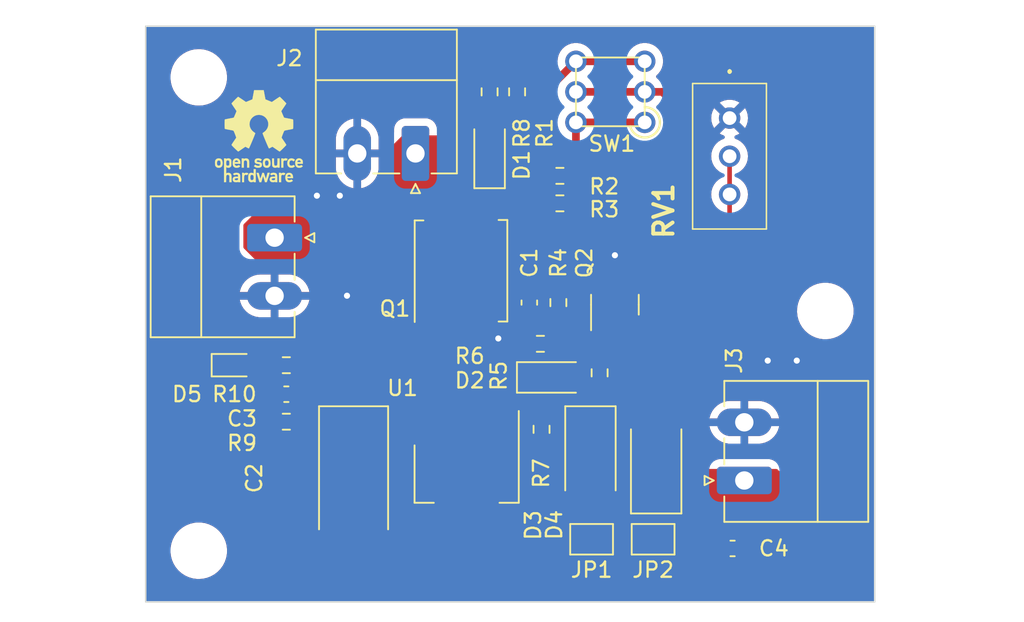
<source format=kicad_pcb>
(kicad_pcb (version 20221018) (generator pcbnew)
  (layers (0 "F.Cu" signal) (31 "B.Cu" signal) (34 "B.Paste" user) (35 "F.Paste" user) (36 "B.SilkS" user "B.Silkscreen") (37 "F.SilkS" user "F.Silkscreen") (38 "B.Mask" user) (39 "F.Mask" user) (44 "Edge.Cuts" user))
  (net 0 "")
  (net 1 "/VIN")
  (net 2 "Net-(D2-K)")
  (net 3 "Earth")
  (net 4 "/VOUT")
  (net 5 "Net-(D1-A)")
  (net 6 "Net-(D2-A)")
  (net 7 "Net-(D3-K)")
  (net 8 "Net-(D3-A)")
  (net 9 "Net-(Q2-D)")
  (net 10 "Net-(Q2-G)")
  (net 11 "Net-(SW1-C)")
  (net 12 "Net-(SW1-A)")
  (net 13 "Net-(U1-ADJ)")
  (net 14 "Net-(D5-A)")
  (net 15 "Net-(U1-VI)")
  (footprint "Connector_Phoenix_MC:PhoenixContact_MC_1,5_2-G-3.81_1x02_P3.81mm_Horizontal" (layer "F.Cu") (at 186.1625 133.7 -90)
    (fp_text reference "J1" (at -4.45 6.6325 90) (layer "F.SilkS"))
    (fp_text value "Conn_01x02")
    (pad "1" thru_hole roundrect (at 0 0 270) (size 1.8 3.6) (drill 1.2) (layers "*.Cu" "*.Mask") (roundrect_rratio 0.138889) (net 1 "/VIN"))
    (pad "2" thru_hole oval (at 3.81 0 270) (size 1.8 3.6) (drill 1.2) (layers "*.Cu" "*.Mask") (net 3 "Earth"))
  )
  (footprint "Jumper:SolderJumper-2_P1.3mm_Open_TrianglePad1.0x1.5mm" (layer "F.Cu") (at 206.905 153.45)
    (fp_text reference "JP1" (at 0 2) (layer "F.SilkS"))
    (fp_text value "SolderJumper_2_Open")
    (pad "1" smd custom (at -0.725 0) (size 0.3 0.3) (layers "F.Cu" "F.Mask") (net 8 "Net-(D3-A)") (options (clearance outline) (anchor rect)) (primitives (gr_poly (pts (xy 1 0) (xy 0.5 0.75) (xy -0.5 0.75) (xy -0.5 -0.75) (xy 0.5 -0.75)) (width 0) (fill yes))))
    (pad "2" smd custom (at 0.725 0) (size 0.3 0.3) (layers "F.Cu" "F.Mask") (net 7 "Net-(D3-K)") (options (clearance outline) (anchor rect)) (primitives (gr_poly (pts (xy 0.5 0.75) (xy -0.65 0.75) (xy -0.15 0) (xy -0.65 -0.75) (xy 0.5 -0.75)) (width 0) (fill yes))))
  )
  (footprint "Resistor_SMD:R_0603_1608Metric" (layer "F.Cu") (at 204.73 137.95 -90)
    (fp_text reference "R4" (at -2.6 0 90) (layer "F.SilkS"))
    (fp_text value "100K/5%")
    (pad "1" smd roundrect (at -0.825 0 270) (size 0.8 0.95) (layers "F.Cu" "F.Paste" "F.Mask") (net 1 "/VIN"))
    (pad "2" smd roundrect (at 0.825 0 270) (size 0.8 0.95) (layers "F.Cu" "F.Paste" "F.Mask") (net 6 "Net-(D2-A)"))
  )
  (footprint "Connector_Phoenix_MC:PhoenixContact_MC_1,5_2-G-3.81_1x02_P3.81mm_Horizontal" (layer "F.Cu") (at 216.8975 149.6 90)
    (fp_text reference "J3" (at 7.85 -0.6675 270) (layer "F.SilkS"))
    (fp_text value "Conn_01x02")
    (pad "1" thru_hole roundrect (at 0 0 90) (size 1.8 3.6) (drill 1.2) (layers "*.Cu" "*.Mask") (roundrect_rratio 0.138889) (net 4 "/VOUT"))
    (pad "2" thru_hole oval (at 3.81 0 90) (size 1.8 3.6) (drill 1.2) (layers "*.Cu" "*.Mask") (net 3 "Earth"))
  )
  (footprint "Package_TO_SOT_SMD:SOT-223-3_TabPin2" (layer "F.Cu") (at 198.73 149.15 -90)
    (fp_text reference "U1" (at -5.6 4.2 -180) (layer "F.SilkS"))
    (fp_text value "LM317_SOT-223")
    (pad "1" smd rect (at -3.15 -2.3 270) (size 2 1.5) (layers "F.Cu" "F.Paste" "F.Mask") (net 13 "Net-(U1-ADJ)"))
    (pad "2" smd rect (at -3.15 0 270) (size 2 1.5) (layers "F.Cu" "F.Paste" "F.Mask") (net 8 "Net-(D3-A)"))
    (pad "2" smd rect (at 3.15 0 270) (size 2 3.8) (layers "F.Cu" "F.Paste" "F.Mask") (net 8 "Net-(D3-A)"))
    (pad "3" smd rect (at -3.15 2.3 270) (size 2 1.5) (layers "F.Cu" "F.Paste" "F.Mask") (net 15 "Net-(U1-VI)"))
  )
  (footprint "Capacitor_SMD:C_0603_1608Metric" (layer "F.Cu") (at 202.83 137.95 -90)
    (fp_text reference "C1" (at -2.6 0 90) (layer "F.SilkS"))
    (fp_text value "10nF/16V")
    (pad "1" smd roundrect (at -0.775 0 270) (size 0.9 0.95) (layers "F.Cu" "F.Paste" "F.Mask") (net 1 "/VIN"))
    (pad "2" smd roundrect (at 0.775 0 270) (size 0.9 0.95) (layers "F.Cu" "F.Paste" "F.Mask") (net 2 "Net-(D2-K)"))
  )
  (footprint "MountingHole:MountingHole_3.2mm_M3_ISO7380" (layer "F.Cu") (at 181.2 154.2)
    (fp_text reference "REF**" hide)
    (fp_text value "MountingHole_3.2mm_M3_ISO7380")
    (pad "" np_thru_hole circle (at 0 0) (size 3.2 3.2) (drill 3.2) (layers "F&B.Cu" "*.Mask"))
  )
  (footprint "Connector_Phoenix_MC:PhoenixContact_MC_1,5_2-G-3.81_1x02_P3.81mm_Horizontal" (layer "F.Cu") (at 195.38 128.1825 180)
    (fp_text reference "J2" (at 8.25 6.2325) (layer "F.SilkS"))
    (fp_text value "Conn_01x02")
    (pad "1" thru_hole roundrect (at 0 0 180) (size 1.8 3.6) (drill 1.2) (layers "*.Cu" "*.Mask") (roundrect_rratio 0.138889) (net 1 "/VIN"))
    (pad "2" thru_hole oval (at 3.81 0 180) (size 1.8 3.6) (drill 1.2) (layers "*.Cu" "*.Mask") (net 3 "Earth"))
  )
  (footprint "Resistor_SMD:R_0603_1608Metric" (layer "F.Cu") (at 202.03 124.15 -90)
    (fp_text reference "R1" (at 2.7 -1.8 90) (layer "F.SilkS"))
    (fp_text value "100R/5%")
    (pad "1" smd roundrect (at -0.825 0 270) (size 0.8 0.95) (layers "F.Cu" "F.Paste" "F.Mask") (net 3 "Earth"))
    (pad "2" smd roundrect (at 0.825 0 270) (size 0.8 0.95) (layers "F.Cu" "F.Paste" "F.Mask") (net 11 "Net-(SW1-C)"))
  )
  (footprint "Resistor_SMD:R_0603_1608Metric" (layer "F.Cu") (at 207.43 142.55 -90)
    (fp_text reference "R5" (at 0.2 6.6 90) (layer "F.SilkS"))
    (fp_text value "1K/5%")
    (pad "1" smd roundrect (at -0.825 0 270) (size 0.8 0.95) (layers "F.Cu" "F.Paste" "F.Mask") (net 9 "Net-(Q2-D)"))
    (pad "2" smd roundrect (at 0.825 0 270) (size 0.8 0.95) (layers "F.Cu" "F.Paste" "F.Mask") (net 6 "Net-(D2-A)"))
  )
  (footprint "Capacitor_SMD:C_0603_1608Metric" (layer "F.Cu") (at 186.93 143.95 180)
    (fp_text reference "C3" (at 2.9 -1.6) (layer "F.SilkS"))
    (fp_text value "100nF/16V")
    (pad "1" smd roundrect (at -0.775 0 180) (size 0.9 0.95) (layers "F.Cu" "F.Paste" "F.Mask") (net 15 "Net-(U1-VI)"))
    (pad "2" smd roundrect (at 0.775 0 180) (size 0.9 0.95) (layers "F.Cu" "F.Paste" "F.Mask") (net 3 "Earth"))
  )
  (footprint "Diode_SMD:D_SMA" (layer "F.Cu") (at 211.13 148.25 90)
    (fp_text reference "D4" (at -4.26 -6.67 90) (layer "F.SilkS"))
    (fp_text value "1N4007")
    (pad "1" smd roundrect (at -2 0 90) (size 2.5 1.8) (layers "F.Cu" "F.Paste" "F.Mask") (roundrect_rratio 0.1388888889) (net 4 "/VOUT"))
    (pad "2" smd roundrect (at 2 0 90) (size 2.5 1.8) (layers "F.Cu" "F.Paste" "F.Mask") (roundrect_rratio 0.1388888889) (net 7 "Net-(D3-K)"))
  )
  (footprint "LED_SMD:LED_0603_1608Metric" (layer "F.Cu") (at 183.53 142.05)
    (fp_text reference "D5" (at -3.1 1.9) (layer "F.SilkS"))
    (fp_text value "LED_Green")
    (pad "1" smd roundrect (at -0.7875 0) (size 0.875 0.95) (layers "F.Cu" "F.Paste" "F.Mask") (net 3 "Earth"))
    (pad "2" smd roundrect (at 0.7875 0) (size 0.875 0.95) (layers "F.Cu" "F.Paste" "F.Mask") (net 14 "Net-(D5-A)"))
  )
  (footprint "Resistor_SMD:R_0603_1608Metric" (layer "F.Cu") (at 203.63 146.25 -90)
    (fp_text reference "R7" (at 2.88 0.02 90) (layer "F.SilkS"))
    (fp_text value "120R/5%")
    (pad "1" smd roundrect (at -0.825 0 270) (size 0.8 0.95) (layers "F.Cu" "F.Paste" "F.Mask") (net 13 "Net-(U1-ADJ)"))
    (pad "2" smd roundrect (at 0.825 0 270) (size 0.8 0.95) (layers "F.Cu" "F.Paste" "F.Mask") (net 8 "Net-(D3-A)"))
  )
  (footprint "Symbol:OSHW-Logo_5.7x6mm_SilkScreen" (layer "F.Cu") (at 185.13 127.05)
    (fp_text reference "REF**" hide)
    (fp_text value "OSHW-Logo_5.7x6mm_SilkScreen" hide)
  )
  (footprint "Capacitor_SMD:C_0603_1608Metric" (layer "F.Cu") (at 216.13 154.051)
    (fp_text reference "C4" (at 2.7 0) (layer "F.SilkS"))
    (fp_text value "100u/25V")
    (pad "1" smd roundrect (at -0.775 0) (size 0.9 0.95) (layers "F.Cu" "F.Paste" "F.Mask") (net 4 "/VOUT"))
    (pad "2" smd roundrect (at 0.775 0) (size 0.9 0.95) (layers "F.Cu" "F.Paste" "F.Mask") (net 3 "Earth"))
  )
  (footprint "MountingHole:MountingHole_3.2mm_M3_ISO7380" (layer "F.Cu") (at 181.2 123.2)
    (fp_text reference "REF**" hide)
    (fp_text value "MountingHole_3.2mm_M3_ISO7380")
    (pad "" np_thru_hole circle (at 0 0) (size 3.2 3.2) (drill 3.2) (layers "*.Cu" "*.Mask"))
  )
  (footprint "Resistor_SMD:R_0603_1608Metric" (layer "F.Cu") (at 204.83 131.45)
    (fp_text reference "R3" (at 2.9 0.4) (layer "F.SilkS"))
    (fp_text value "100K/5%")
    (pad "1" smd roundrect (at -0.825 0) (size 0.8 0.95) (layers "F.Cu" "F.Paste" "F.Mask") (net 1 "/VIN"))
    (pad "2" smd roundrect (at 0.825 0) (size 0.8 0.95) (layers "F.Cu" "F.Paste" "F.Mask") (net 10 "Net-(Q2-G)"))
  )
  (footprint "Supply-Module-Library:Diodes_PowerDI5060-8" (layer "F.Cu") (at 198.36 137.05)
    (fp_text reference "Q1" (at -4.33 1.3 unlocked) (layer "F.SilkS"))
    (fp_text value "DMP4011SPSQ")
    (pad "1" smd roundrect (at -1.905 1.655) (size 0.61 1.27) (layers "F.Cu" "F.Paste" "F.Mask") (roundrect_rratio 0.1) (net 15 "Net-(U1-VI)"))
    (pad "2" smd roundrect (at -0.635 1.655) (size 0.61 1.27) (layers "F.Cu" "F.Paste" "F.Mask") (roundrect_rratio 0.1) (net 15 "Net-(U1-VI)"))
    (pad "3" smd roundrect (at 0.635 1.655) (size 0.61 1.27) (layers "F.Cu" "F.Paste" "F.Mask") (roundrect_rratio 0.1) (net 15 "Net-(U1-VI)"))
    (pad "4" smd roundrect (at 1.905 1.655) (size 0.61 1.27) (layers "F.Cu" "F.Paste" "F.Mask") (roundrect_rratio 0.1) (net 2 "Net-(D2-K)"))
    (pad "5" smd roundrect (at -2.17 -2.7 90) (size 0.61 1.27) (layers "F.Cu" "F.Paste" "F.Mask") (roundrect_rratio 0.1) (net 1 "/VIN"))
    (pad "5" smd roundrect (at -2.17 -0.32 90) (size 0.61 1.27) (layers "F.Cu" "F.Paste" "F.Mask") (roundrect_rratio 0.1) (net 1 "/VIN"))
    (pad "5" smd roundrect (at -1.905 -3.7) (size 0.61 1.27) (layers "F.Cu" "F.Paste" "F.Mask") (roundrect_rratio 0.1) (net 1 "/VIN"))
    (pad "5" smd roundrect (at -0.635 -3.7) (size 0.61 1.27) (layers "F.Cu" "F.Paste" "F.Mask") (roundrect_rratio 0.1) (net 1 "/VIN"))
    (pad "5" smd rect (at -0.005 -1.8995) (size 4.1 3.81) (layers "F.Cu" "F.Paste" "F.Mask") (net 1 "/VIN"))
    (pad "5" smd roundrect (at 0.635 -3.7) (size 0.61 1.27) (layers "F.Cu" "F.Paste" "F.Mask") (roundrect_rratio 0.1) (net 1 "/VIN"))
    (pad "5" smd roundrect (at 1.905 -3.7) (size 0.61 1.27) (layers "F.Cu" "F.Paste" "F.Mask") (roundrect_rratio 0.1) (net 1 "/VIN"))
    (pad "5" smd roundrect (at 2.17 -2.7 90) (size 0.61 1.27) (layers "F.Cu" "F.Paste" "F.Mask") (roundrect_rratio 0.1) (net 1 "/VIN"))
    (pad "5" smd roundrect (at 2.17 -0.32 90) (size 0.61 1.27) (layers "F.Cu" "F.Paste" "F.Mask") (roundrect_rratio 0.1) (net 1 "/VIN"))
  )
  (footprint "Resistor_SMD:R_0603_1608Metric" (layer "F.Cu") (at 203.555 140.65 180)
    (fp_text reference "R6" (at 4.625 -0.8) (layer "F.SilkS"))
    (fp_text value "1M/5%")
    (pad "1" smd roundrect (at -0.825 0 180) (size 0.8 0.95) (layers "F.Cu" "F.Paste" "F.Mask") (net 6 "Net-(D2-A)"))
    (pad "2" smd roundrect (at 0.825 0 180) (size 0.8 0.95) (layers "F.Cu" "F.Paste" "F.Mask") (net 2 "Net-(D2-K)"))
  )
  (footprint "Resistor_SMD:R_0603_1608Metric" (layer "F.Cu") (at 186.93 145.75 180)
    (fp_text reference "R9" (at 2.9 -1.4) (layer "F.SilkS"))
    (fp_text value "100K/5%")
    (pad "1" smd roundrect (at -0.825 0 180) (size 0.8 0.95) (layers "F.Cu" "F.Paste" "F.Mask") (net 15 "Net-(U1-VI)"))
    (pad "2" smd roundrect (at 0.825 0 180) (size 0.8 0.95) (layers "F.Cu" "F.Paste" "F.Mask") (net 3 "Earth"))
  )
  (footprint "Diode_SMD:D_SOD-123F" (layer "F.Cu") (at 204.23 142.85)
    (fp_text reference "D2" (at -5.3 0.2) (layer "F.SilkS"))
    (fp_text value "KDZVTF16B")
    (pad "1" smd roundrect (at -1.4 0) (size 1.1 1.1) (layers "F.Cu" "F.Paste" "F.Mask") (roundrect_rratio 0.2272727273) (net 2 "Net-(D2-K)"))
    (pad "2" smd roundrect (at 1.4 0) (size 1.1 1.1) (layers "F.Cu" "F.Paste" "F.Mask") (roundrect_rratio 0.2272727273) (net 6 "Net-(D2-A)"))
  )
  (footprint "Diode_SMD:D_SMA" (layer "F.Cu") (at 206.83 148.25 -90)
    (fp_text reference "D3" (at 4.28 3.75 -270) (layer "F.SilkS"))
    (fp_text value "1N4007")
    (pad "1" smd roundrect (at -2 0 270) (size 2.5 1.8) (layers "F.Cu" "F.Paste" "F.Mask") (roundrect_rratio 0.1388888889) (net 7 "Net-(D3-K)"))
    (pad "2" smd roundrect (at 2 0 270) (size 2.5 1.8) (layers "F.Cu" "F.Paste" "F.Mask") (roundrect_rratio 0.1388888889) (net 8 "Net-(D3-A)"))
  )
  (footprint "Jumper:SolderJumper-2_P1.3mm_Open_TrianglePad1.0x1.5mm" (layer "F.Cu") (at 210.93 153.45)
    (fp_text reference "JP2" (at 0 2) (layer "F.SilkS"))
    (fp_text value "SolderJumper_2_Open")
    (pad "1" smd custom (at -0.725 0) (size 0.3 0.3) (layers "F.Cu" "F.Mask") (net 7 "Net-(D3-K)") (options (clearance outline) (anchor rect)) (primitives (gr_poly (pts (xy 1 0) (xy 0.5 0.75) (xy -0.5 0.75) (xy -0.5 -0.75) (xy 0.5 -0.75)) (width 0) (fill yes))))
    (pad "2" smd custom (at 0.725 0) (size 0.3 0.3) (layers "F.Cu" "F.Mask") (net 4 "/VOUT") (options (clearance outline) (anchor rect)) (primitives (gr_poly (pts (xy 0.5 0.75) (xy -0.65 0.75) (xy -0.15 0) (xy -0.65 -0.75) (xy 0.5 -0.75)) (width 0) (fill yes))))
  )
  (footprint "Supply-Module-Library:Variable_Resistance_PV36W" (layer "F.Cu") (at 215.935 125.8675 180)
    (fp_text reference "RV1" (at 4.305 -6.0825 90) (layer "F.SilkS") (effects (font (size 1.27 1.27) (thickness 0.254))))
    (fp_text value "10K" hide)
    (pad "1" thru_hole circle (at 0 0 180) (size 1.4 1.4) (drill 0.9) (layers "*.Cu" "*.Mask") (net 3 "Earth"))
    (pad "2" thru_hole circle (at 0 -2.5 180) (size 1.4 1.4) (drill 0.9) (layers "*.Cu" "*.Mask") (net 13 "Net-(U1-ADJ)"))
    (pad "3" thru_hole circle (at 0 -5 180) (size 1.4 1.4) (drill 0.9) (layers "*.Cu" "*.Mask") (net 13 "Net-(U1-ADJ)"))
  )
  (footprint "MountingHole:MountingHole_3.2mm_M3_ISO7380" (layer "F.Cu") (at 222.2 138.5)
    (fp_text reference "REF**" hide)
    (fp_text value "MountingHole_3.2mm_M3_ISO7380")
    (pad "" np_thru_hole circle (at 0 0) (size 3.2 3.2) (drill 3.2) (layers "F&B.Cu" "*.Mask"))
  )
  (footprint "Supply-Module-Library:SW_DIP_5176_SPDT" (layer "F.Cu") (at 208.13 124.15 -90)
    (fp_text reference "SW1" (at 3.4 -0.1 unlocked) (layer "F.SilkS"))
    (fp_text value "SW_SPDT")
    (pad "1" thru_hole circle (at 2 -2.25 270) (size 1.4 1.4) (drill 0.9) (layers "*.Cu" "*.Mask") (net 12 "Net-(SW1-A)"))
    (pad "1" thru_hole circle (at 2 2.25 270) (size 1.4 1.4) (drill 0.9) (layers "*.Cu" "*.Mask") (net 12 "Net-(SW1-A)"))
    (pad "2" thru_hole circle (at 0 -2.25 270) (size 1.4 1.4) (drill 0.9) (layers "*.Cu" "*.Mask") (net 10 "Net-(Q2-G)"))
    (pad "2" thru_hole circle (at 0 2.25 270) (size 1.4 1.4) (drill 0.9) (layers "*.Cu" "*.Mask") (net 10 "Net-(Q2-G)"))
    (pad "3" thru_hole circle (at -2 -2.25 270) (size 1.4 1.4) (drill 0.9) (layers "*.Cu" "*.Mask") (net 11 "Net-(SW1-C)"))
    (pad "3" thru_hole circle (at -2 2.25 270) (size 1.4 1.4) (drill 0.9) (layers "*.Cu" "*.Mask") (net 11 "Net-(SW1-C)"))
  )
  (footprint "Package_TO_SOT_SMD:SOT-23" (layer "F.Cu") (at 208.43 138.0875 90)
    (fp_text reference "Q2" (at 2.7375 -2 90) (layer "F.SilkS"))
    (fp_text value "2N7002")
    (pad "1" smd roundrect (at -0.9375 -0.95 90) (size 1.475 0.6) (layers "F.Cu" "F.Paste" "F.Mask") (net 9 "Net-(Q2-D)"))
    (pad "2" smd roundrect (at -0.9375 0.95 90) (size 1.475 0.6) (layers "F.Cu" "F.Paste" "F.Mask") (net 10 "Net-(Q2-G)"))
    (pad "3" smd roundrect (at 0.9375 0 90) (size 1.475 0.6) (layers "F.Cu" "F.Paste" "F.Mask") (net 3 "Earth"))
  )
  (footprint "Diode_SMD:D_SOD-123F" (layer "F.Cu") (at 200.23 128.25 90)
    (fp_text reference "D1" (at -0.7 2.1 90) (layer "F.SilkS"))
    (fp_text value "KDZVTF16B")
    (pad "1" smd roundrect (at -1.4 0 90) (size 1.1 1.1) (layers "F.Cu" "F.Paste" "F.Mask") (roundrect_rratio 0.2272727273) (net 1 "/VIN"))
    (pad "2" smd roundrect (at 1.4 0 90) (size 1.1 1.1) (layers "F.Cu" "F.Paste" "F.Mask") (roundrect_rratio 0.2272727273) (net 5 "Net-(D1-A)"))
  )
  (footprint "Resistor_SMD:R_0603_1608Metric" (layer "F.Cu") (at 200.23 124.15 -90)
    (fp_text reference "R8" (at 2.7 -2.1 -270) (layer "F.SilkS"))
    (fp_text value "1K/5%")
    (pad "1" smd roundrect (at -0.825 0 270) (size 0.8 0.95) (layers "F.Cu" "F.Paste" "F.Mask") (net 3 "Earth"))
    (pad "2" smd roundrect (at 0.825 0 270) (size 0.8 0.95) (layers "F.Cu" "F.Paste" "F.Mask") (net 5 "Net-(D1-A)"))
  )
  (footprint "Resistor_SMD:R_0603_1608Metric" (layer "F.Cu") (at 186.93 142.05)
    (fp_text reference "R10" (at -3.4 1.9) (layer "F.SilkS"))
    (fp_text value "1K/5%")
    (pad "1" smd roundrect (at -0.825 0) (size 0.8 0.95) (layers "F.Cu" "F.Paste" "F.Mask") (net 14 "Net-(D5-A)"))
    (pad "2" smd roundrect (at 0.825 0) (size 0.8 0.95) (layers "F.Cu" "F.Paste" "F.Mask") (net 15 "Net-(U1-VI)"))
  )
  (footprint "Capacitor_Tantalum_SMD:CP_EIA-7343-30_AVX-N" (layer "F.Cu") (at 191.33 149.15 -90)
    (fp_text reference "C2" (at 0.3 6.5 -270) (layer "F.SilkS"))
    (fp_text value "100u/25V")
    (pad "1" smd roundrect (at -3.1125 0 270) (size 2.075 2.55) (layers "F.Cu" "F.Paste" "F.Mask") (roundrect_rratio 0.120482) (net 15 "Net-(U1-VI)"))
    (pad "2" smd roundrect (at 3.1125 0 270) (size 2.075 2.55) (layers "F.Cu" "F.Paste" "F.Mask") (roundrect_rratio 0.120482) (net 3 "Earth"))
  )
  (footprint "Resistor_SMD:R_0603_1608Metric" (layer "F.Cu") (at 204.83 129.65)
    (fp_text reference "R2" (at 2.9 0.7) (layer "F.SilkS"))
    (fp_text value "10K/5%")
    (pad "1" smd roundrect (at -0.825 0) (size 0.8 0.95) (layers "F.Cu" "F.Paste" "F.Mask") (net 1 "/VIN"))
    (pad "2" smd roundrect (at 0.825 0) (size 0.8 0.95) (layers "F.Cu" "F.Paste" "F.Mask") (net 12 "Net-(SW1-A)"))
  )
  (gr_rect (start 177.73 119.85) (end 225.43 157.55) (stroke (width 0.1)) (fill none) (layer "Edge.Cuts"))
  (segment (start 200.53 136.73) (end 202.385 136.73) (width 0.25) (layer "F.Cu") (net 1))
  (segment (start 193.98 133.7) (end 194.63 134.35) (width 0.25) (layer "F.Cu") (net 1))
  (segment (start 186.1625 133.7) (end 193.98 133.7) (width 0.25) (layer "F.Cu") (net 1))
  (segment (start 196.8475 129.65) (end 200.23 129.65) (width 0.25) (layer "F.Cu") (net 1))
  (segment (start 195.38 128.1825) (end 195.38 132.275) (width 0.25) (layer "F.Cu") (net 1))
  (segment (start 194.63 134.35) (end 196.19 134.35) (width 0.25) (layer "F.Cu") (net 1))
  (segment (start 204.68 137.175) (end 204.73 137.125) (width 0.25) (layer "F.Cu") (net 1))
  (segment (start 200.23 129.65) (end 200.23 133.315) (width 0.25) (layer "F.Cu") (net 1))
  (segment (start 200.23 133.315) (end 200.265 133.35) (width 0.25) (layer "F.Cu") (net 1))
  (segment (start 202.385 136.73) (end 202.83 137.175) (width 0.25) (layer "F.Cu") (net 1))
  (segment (start 204.005 129.65) (end 204.005 131.45) (width 0.25) (layer "F.Cu") (net 1))
  (segment (start 203.13 134.35) (end 204.005 133.475) (width 0.25) (layer "F.Cu") (net 1))
  (segment (start 195.38 128.1825) (end 196.8475 129.65) (width 0.25) (layer "F.Cu") (net 1))
  (segment (start 202.83 137.175) (end 204.68 137.175) (width 0.25) (layer "F.Cu") (net 1))
  (segment (start 204.005 133.475) (end 204.005 131.45) (width 0.25) (layer "F.Cu") (net 1))
  (segment (start 200.53 134.35) (end 203.13 134.35) (width 0.25) (layer "F.Cu") (net 1))
  (segment (start 195.38 132.275) (end 196.455 133.35) (width 0.25) (layer "F.Cu") (net 1))
  (segment (start 202.73 138.825) (end 202.83 138.725) (width 0.25) (layer "F.Cu") (net 2))
  (segment (start 200.265 138.705) (end 202.025 138.705) (width 0.4) (layer "F.Cu") (net 2))
  (segment (start 202.025 138.705) (end 202.81 138.705) (width 0.4) (layer "F.Cu") (net 2))
  (segment (start 202.73 140.65) (end 202.533 140.847) (width 0.4) (layer "F.Cu") (net 2))
  (segment (start 202.66 140.58) (end 202.73 140.65) (width 0.4) (layer "F.Cu") (net 2))
  (segment (start 202.533 140.847) (end 202.533 142.553) (width 0.4) (layer "F.Cu") (net 2))
  (segment (start 202.66 138.705) (end 202.66 140.58) (width 0.4) (layer "F.Cu") (net 2))
  (segment (start 202.81 138.705) (end 202.83 138.725) (width 0.25) (layer "F.Cu") (net 2))
  (segment (start 202.025 138.705) (end 202.66 138.705) (width 0.4) (layer "F.Cu") (net 2))
  (segment (start 202.533 142.553) (end 202.83 142.85) (width 0.4) (layer "F.Cu") (net 2))
  (via (at 200.8 140.3) (size 0.8) (drill 0.4) (layers "F.Cu" "B.Cu") (net 3))
  (via (at 220.33 141.75) (size 0.8) (drill 0.4) (layers "F.Cu" "B.Cu") (net 3))
  (via (at 190.43 130.95) (size 0.8) (drill 0.4) (layers "F.Cu" "B.Cu") (net 3))
  (via (at 188.93 130.95) (size 0.8) (drill 0.4) (layers "F.Cu" "B.Cu") (net 3))
  (via (at 218.43 141.75) (size 0.8) (drill 0.4) (layers "F.Cu" "B.Cu") (net 3))
  (via (at 190.9 137.5) (size 0.8) (drill 0.4) (layers "F.Cu" "B.Cu") (net 3))
  (via (at 208.43 134.85) (size 0.8) (drill 0.4) (layers "F.Cu" "B.Cu") (net 3))
  (segment (start 211.78 149.6) (end 213.83 149.6) (width 0.25) (layer "F.Cu") (net 4))
  (segment (start 215.355 151.1425) (end 215.355 154.051) (width 0.25) (layer "F.Cu") (net 4))
  (segment (start 214.754 153.45) (end 215.355 154.051) (width 0.25) (layer "F.Cu") (net 4))
  (segment (start 211.13 150.25) (end 211.78 149.6) (width 0.25) (layer "F.Cu") (net 4))
  (segment (start 211.655 153.45) (end 214.754 153.45) (width 0.25) (layer "F.Cu") (net 4))
  (segment (start 213.83 149.6) (end 216.8975 149.6) (width 0.25) (layer "F.Cu") (net 4))
  (segment (start 216.8975 149.6) (end 215.355 151.1425) (width 0.25) (layer "F.Cu") (net 4))
  (segment (start 200.23 124.975) (end 200.23 126.85) (width 0.5) (layer "F.Cu") (net 5))
  (segment (start 207.43 143.375) (end 206.155 143.375) (width 0.4) (layer "F.Cu") (net 6))
  (segment (start 204.73 140.081) (end 204.73 142.85) (width 0.4) (layer "F.Cu") (net 6))
  (segment (start 204.73 142.85) (end 205.63 142.85) (width 0.4) (layer "F.Cu") (net 6))
  (segment (start 204.73 138.775) (end 204.73 140.081) (width 0.4) (layer "F.Cu") (net 6))
  (segment (start 206.155 143.375) (end 205.63 142.85) (width 0.4) (layer "F.Cu") (net 6))
  (segment (start 204.73 140.65) (end 204.38 140.65) (width 0.4) (layer "F.Cu") (net 6))
  (segment (start 204.73 140.081) (end 204.73 140.65) (width 0.4) (layer "F.Cu") (net 6))
  (segment (start 208.93 153.45) (end 207.63 153.45) (width 0.25) (layer "F.Cu") (net 7))
  (segment (start 210.205 153.45) (end 208.93 153.45) (width 0.25) (layer "F.Cu") (net 7))
  (segment (start 208.93 146.25) (end 211.13 146.25) (width 1.5) (layer "F.Cu") (net 7))
  (segment (start 206.83 146.25) (end 208.93 146.25) (width 1.5) (layer "F.Cu") (net 7))
  (segment (start 208.93 153.45) (end 208.93 146.25) (width 0.8) (layer "F.Cu") (net 7))
  (segment (start 204.53 150.25) (end 206.83 150.25) (width 0.25) (layer "F.Cu") (net 8))
  (segment (start 205.98 153.65) (end 206.18 153.45) (width 0.25) (layer "F.Cu") (net 8))
  (segment (start 203.63 147.075) (end 203.63 149.35) (width 0.25) (layer "F.Cu") (net 8))
  (segment (start 198.73 146) (end 198.73 152.3) (width 0.25) (layer "F.Cu") (net 8))
  (segment (start 198.73 152.3) (end 203.18 152.3) (width 0.25) (layer "F.Cu") (net 8))
  (segment (start 204.53 153.65) (end 205.98 153.65) (width 0.25) (layer "F.Cu") (net 8))
  (segment (start 206.18 153.45) (end 206.18 150.9) (width 0.25) (layer "F.Cu") (net 8))
  (segment (start 203.18 152.3) (end 204.53 153.65) (width 0.25) (layer "F.Cu") (net 8))
  (segment (start 203.63 149.35) (end 204.53 150.25) (width 0.25) (layer "F.Cu") (net 8))
  (segment (start 206.18 150.9) (end 206.83 150.25) (width 0.25) (layer "F.Cu") (net 8))
  (segment (start 207.43 141.725) (end 207.43 139.075) (width 0.5) (layer "F.Cu") (net 9))
  (segment (start 207.43 139.075) (end 207.48 139.025) (width 0.25) (layer "F.Cu") (net 9))
  (segment (start 211.53 124.15) (end 211.93 124.55) (width 0.5) (layer "F.Cu") (net 10))
  (segment (start 205.88 124.15) (end 210.38 124.15) (width 0.5) (layer "F.Cu") (net 10))
  (segment (start 211.93 129.45) (end 209.68 131.7) (width 0.5) (layer "F.Cu") (net 10))
  (segment (start 210.03 132.05) (end 210.03 138.095) (width 0.5) (layer "F.Cu") (net 10))
  (segment (start 210.38 124.15) (end 211.53 124.15) (width 0.5) (layer "F.Cu") (net 10))
  (segment (start 209.38 138.745) (end 209.38 139.025) (width 0.5) (layer "F.Cu") (net 10))
  (segment (start 205.655 131.45) (end 209.43 131.45) (width 0.5) (layer "F.Cu") (net 10))
  (segment (start 211.93 124.55) (end 211.93 129.45) (width 0.5) (layer "F.Cu") (net 10))
  (segment (start 210.03 138.095) (end 209.38 138.745) (width 0.5) (layer "F.Cu") (net 10))
  (segment (start 210.03 132.05) (end 209.68 131.7) (width 0.5) (layer "F.Cu") (net 10))
  (segment (start 209.43 131.45) (end 210.03 132.05) (width 0.5) (layer "F.Cu") (net 10))
  (segment (start 202.03 124.975) (end 203.055 124.975) (width 0.5) (layer "F.Cu") (net 11))
  (segment (start 205.88 122.15) (end 210.38 122.15) (width 0.5) (layer "F.Cu") (net 11))
  (segment (start 203.055 124.975) (end 205.88 122.15) (width 0.5) (layer "F.Cu") (net 11))
  (segment (start 205.88 129.425) (end 205.655 129.65) (width 0.25) (layer "F.Cu") (net 12))
  (segment (start 205.88 126.15) (end 205.88 129.425) (width 0.5) (layer "F.Cu") (net 12))
  (segment (start 205.88 126.15) (end 210.38 126.15) (width 0.5) (layer "F.Cu") (net 12))
  (segment (start 203.655 145.425) (end 203.63 145.425) (width 0.25) (layer "F.Cu") (net 13))
  (segment (start 208.33 144.35) (end 204.73 144.35) (width 0.3) (layer "F.Cu") (net 13))
  (segment (start 215.935 130.8675) (end 215.935 132.845) (width 0.3) (layer "F.Cu") (net 13))
  (segment (start 215.935 132.845) (end 211.23 137.55) (width 0.3) (layer "F.Cu") (net 13))
  (segment (start 215.935 128.3675) (end 215.935 130.8675) (width 0.3) (layer "F.Cu") (net 13))
  (segment (start 201.88 146) (end 201.03 146) (width 0.25) (layer "F.Cu") (net 13))
  (segment (start 211.23 139.45) (end 208.73 141.95) (width 0.3) (layer "F.Cu") (net 13))
  (segment (start 202.455 145.425) (end 201.88 146) (width 0.25) (layer "F.Cu") (net 13))
  (segment (start 208.73 141.95) (end 208.73 143.95) (width 0.3) (layer "F.Cu") (net 13))
  (segment (start 203.63 145.425) (end 202.455 145.425) (width 0.25) (layer "F.Cu") (net 13))
  (segment (start 211.23 137.55) (end 211.23 139.45) (width 0.3) (layer "F.Cu") (net 13))
  (segment (start 204.73 144.35) (end 203.655 145.425) (width 0.3) (layer "F.Cu") (net 13))
  (arc (start 208.73 143.95) (mid 208.612843 144.232843) (end 208.33 144.35) (width 0.3) (layer "F.Cu") (net 13))
  (segment (start 184.3175 142.05) (end 186.105 142.05) (width 0.5) (layer "F.Cu") (net 14))
  (segment (start 196.455 138.705) (end 197.725 138.705) (width 0.25) (layer "F.Cu") (net 15))
  (segment (start 191.3675 146) (end 196.43 146) (width 0.25) (layer "F.Cu") (net 15))
  (segment (start 187.755 142.05) (end 187.755 145.75) (width 0.25) (layer "F.Cu") (net 15))
  (segment (start 198.995 138.705) (end 197.725 138.705) (width 0.25) (layer "F.Cu") (net 15))
  (segment (start 191.33 146.0375) (end 191.3675 146) (width 0.25) (layer "F.Cu") (net 15))
  (segment (start 196.455 138.705) (end 196.43 138.73) (width 0.25) (layer "F.Cu") (net 15))
  (segment (start 187.755 145.75) (end 191.0425 145.75) (width 0.25) (layer "F.Cu") (net 15))
  (segment (start 196.43 138.73) (end 196.43 146) (width 0.25) (layer "F.Cu") (net 15))
  (segment (start 191.0425 145.75) (end 191.33 146.0375) (width 0.25) (layer "F.Cu") (net 15))
  (zone (net 7) (net_name "Net-(D3-K)") (layer "F.Cu") (priority 10) (connect_pads yes (clearance 0.5)) (min_thickness 0.25) (fill yes (thermal_gap 0.5) (thermal_bridge_width 0.5))
    (polygon (pts (xy 207.33 152.7) (xy 210 152.7) (xy 210 154.2) (xy 207.33 154.2) (xy 207.33 153.85) (xy 207.6 153.45) (xy 207.33 153.05)))
  )
  (zone (net 15) (net_name "Net-(U1-VI)") (layer "F.Cu") (priority 10) (connect_pads yes (clearance 0.5)) (min_thickness 0.25) (fill yes (thermal_gap 0.5) (thermal_bridge_width 0.5))
    (polygon (pts (xy 195.1 138.2) (xy 199.3 138.2) (xy 199.3 139.6) (xy 197.2 141.7) (xy 197.2 146.5) (xy 196.8 146.9) (xy 188.3 146.9) (xy 187.4 146) (xy 187.4 141.9) (xy 189.3 140) (xy 193.3 140) (xy 193.5 139.8)))
  )
  (zone (net 8) (net_name "Net-(D3-A)") (layer "F.Cu") (priority 10) (connect_pads yes (clearance 0.5)) (min_thickness 0.25) (fill yes (thermal_gap 0.5) (thermal_bridge_width 0.5))
    (polygon (pts (xy 197.961 145.034) (xy 197.961 147.193) (xy 197.199 147.955) (xy 195.802 147.955) (xy 195.294 148.463) (xy 195.294 152.273) (xy 196.564 153.543) (xy 202.406 153.543) (xy 203.041 154.178) (xy 206.597 154.178) (xy 206.724 154.051) (xy 206.724 152.146) (xy 207.486 151.384) (xy 207.613 151.384) (xy 207.613 149.098) (xy 207.486 148.971) (xy 205.327 148.971) (xy 204.438 148.082) (xy 204.438 146.812) (xy 204.311 146.685) (xy 203.168 146.685) (xy 201.898 147.955) (xy 200.501 147.955) (xy 199.612 147.066) (xy 199.612 145.034)))
  )
  (zone (net 1) (net_name "/VIN") (layer "F.Cu") (priority 10) (connect_pads yes (clearance 0.5)) (min_thickness 0.25) (fill yes (thermal_gap 0.5) (thermal_bridge_width 0.5))
    (polygon (pts (xy 194.532 127) (xy 197.834 127) (xy 199.612 128.778) (xy 203.93 128.778) (xy 204.438 129.286) (xy 204.438 134.62) (xy 204.438 135.382) (xy 205.327 136.271) (xy 205.327 137.414) (xy 205.073 137.668) (xy 202.533 137.668) (xy 202.025 137.16) (xy 195.294 137.16) (xy 193.262 135.128) (xy 184.88 135.128) (xy 184.118 134.366) (xy 184.118 132.842) (xy 184.88 132.08) (xy 192.246 132.08) (xy 193.897 130.429) (xy 193.897 127.635)))
  )
  (zone (net 13) (net_name "Net-(U1-ADJ)") (layer "F.Cu") (priority 10) (connect_pads yes (clearance 0.5)) (min_thickness 0.25) (fill yes (thermal_gap 0.5) (thermal_bridge_width 0.5))
    (polygon (pts (xy 200.58 145.11) (xy 204 145.11) (xy 204.08 145.19) (xy 204.08 145.71) (xy 203.98 145.81) (xy 202.63 145.81) (xy 201.61 146.83) (xy 200.6 146.83) (xy 200.39 146.68) (xy 200.39 145.3)))
  )
  (zone (net 4) (net_name "/VOUT") (layer "F.Cu") (priority 10) (connect_pads yes (clearance 0.5)) (min_thickness 0.25) (fill yes (thermal_gap 0.5) (thermal_bridge_width 0.5))
    (polygon (pts (xy 210.153 148.844) (xy 219.043 148.844) (xy 219.932 149.733) (xy 219.932 151.511) (xy 218.662 152.781) (xy 216.376 152.781) (xy 216.122 153.035) (xy 216.122 154.559) (xy 215.741 154.94) (xy 212.693 154.94) (xy 211.677 153.924) (xy 211.677 152.781) (xy 211.169 152.781) (xy 210.153 151.765)))
  )
  (zone (net 3) (net_name "Earth") (layers "F&B.Cu") (connect_pads (clearance 0.5)) (min_thickness 0.25) (fill yes (thermal_gap 0.5) (thermal_bridge_width 0.5))
    (polygon (pts (xy 176.97 118.74) (xy 226.18 118.74) (xy 226.2 118.76) (xy 226.2 158.3) (xy 226.19 158.31) (xy 176.8 158.31) (xy 176.8 118.91)))
  )
)
</source>
